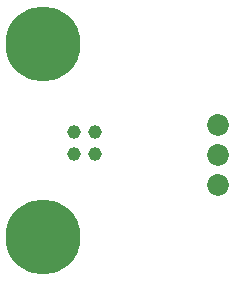
<source format=gbs>
G04*
G04 #@! TF.GenerationSoftware,Altium Limited,Altium Designer,20.2.6 (244)*
G04*
G04 Layer_Color=16711935*
%FSLAX25Y25*%
%MOIN*%
G70*
G04*
G04 #@! TF.SameCoordinates,483347BD-C6F0-485E-9654-E4C6DD6975D9*
G04*
G04*
G04 #@! TF.FilePolarity,Negative*
G04*
G01*
G75*
%ADD24C,0.07284*%
%ADD25C,0.25000*%
%ADD26C,0.04528*%
D24*
X73622Y32520D02*
D03*
Y42520D02*
D03*
Y52520D02*
D03*
D25*
X15157Y79331D02*
D03*
Y15157D02*
D03*
D26*
X32480Y49984D02*
D03*
X25409D02*
D03*
Y42913D02*
D03*
X32480D02*
D03*
M02*

</source>
